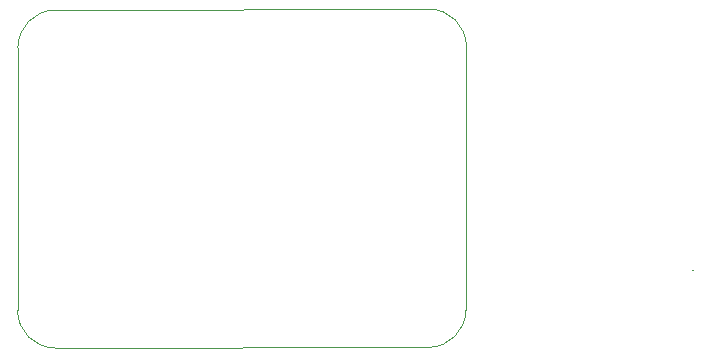
<source format=gbr>
%TF.GenerationSoftware,KiCad,Pcbnew,(7.0.0)*%
%TF.CreationDate,2023-11-20T19:32:09-05:00*%
%TF.ProjectId,4272MAVproxS_R1,34323732-4d41-4567-9072-6f78535f5231,rev?*%
%TF.SameCoordinates,Original*%
%TF.FileFunction,Profile,NP*%
%FSLAX46Y46*%
G04 Gerber Fmt 4.6, Leading zero omitted, Abs format (unit mm)*
G04 Created by KiCad (PCBNEW (7.0.0)) date 2023-11-20 19:32:09*
%MOMM*%
%LPD*%
G01*
G04 APERTURE LIST*
%TA.AperFunction,Profile*%
%ADD10C,0.100000*%
%TD*%
%TA.AperFunction,Profile*%
%ADD11C,0.200000*%
%TD*%
G04 APERTURE END LIST*
D10*
X167919936Y-76762536D02*
G75*
G03*
X171094936Y-73587500I-36J3175036D01*
G01*
D11*
X190365000Y-70175000D02*
X190365000Y-70175000D01*
D10*
X136340000Y-48200000D02*
G75*
G03*
X133165000Y-51375000I0J-3175000D01*
G01*
X133135064Y-73629936D02*
G75*
G03*
X136310064Y-76804936I3175036J36D01*
G01*
X171140000Y-51287500D02*
G75*
G03*
X167965000Y-48112500I-3175000J0D01*
G01*
X133165000Y-51375000D02*
X133135064Y-73629936D01*
X136340000Y-48200000D02*
X167965000Y-48112500D01*
X167919936Y-76762500D02*
X136310064Y-76804936D01*
X171140000Y-51287500D02*
X171094936Y-73587500D01*
M02*

</source>
